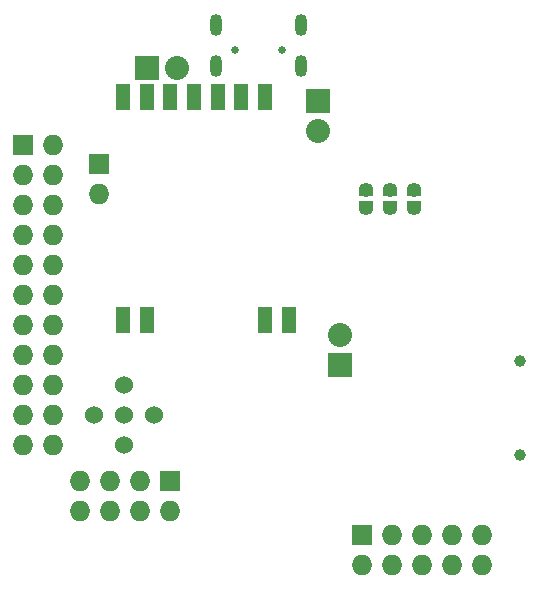
<source format=gbr>
G04 #@! TF.GenerationSoftware,KiCad,Pcbnew,no-vcs-found-7406~56~ubuntu16.10.1*
G04 #@! TF.CreationDate,2016-12-23T22:43:09+01:00*
G04 #@! TF.ProjectId,MysensorsGW,4D7973656E736F727347572E6B696361,rev?*
G04 #@! TF.FileFunction,Soldermask,Bot*
G04 #@! TF.FilePolarity,Negative*
%FSLAX46Y46*%
G04 Gerber Fmt 4.6, Leading zero omitted, Abs format (unit mm)*
G04 Created by KiCad (PCBNEW no-vcs-found-7406~56~ubuntu16.10.1) date Fri Dec 23 22:43:09 2016*
%MOMM*%
%LPD*%
G01*
G04 APERTURE LIST*
%ADD10C,0.100000*%
%ADD11R,1.200000X2.200000*%
%ADD12R,2.032000X2.032000*%
%ADD13O,2.032000X2.032000*%
%ADD14O,1.050000X1.850000*%
%ADD15C,0.650000*%
%ADD16C,1.524000*%
%ADD17R,1.727200X1.727200*%
%ADD18O,1.727200X1.727200*%
%ADD19C,1.000000*%
%ADD20R,1.270000X0.600000*%
%ADD21O,1.270000X1.270000*%
G04 APERTURE END LIST*
D10*
D11*
X144399000Y-89773000D03*
X142399000Y-89773000D03*
X132399000Y-89773000D03*
X130399000Y-89773000D03*
X130399000Y-70873000D03*
X132399000Y-70873000D03*
X134399000Y-70873000D03*
X136399000Y-70873000D03*
X138399000Y-70873000D03*
X140399000Y-70873000D03*
X142399000Y-70873000D03*
D12*
X148742400Y-93548200D03*
D13*
X148742400Y-91008200D03*
D14*
X145427600Y-64795400D03*
X138277600Y-64795400D03*
X145427600Y-68245400D03*
X138277600Y-68245400D03*
D15*
X143852600Y-66920400D03*
X139852600Y-66920400D03*
D16*
X130434080Y-95234760D03*
D17*
X128346200Y-76530200D03*
D18*
X128346200Y-79070200D03*
D16*
X127894080Y-97769680D03*
X130434080Y-100309680D03*
X130434080Y-97769680D03*
X132974080Y-97769680D03*
D12*
X146888200Y-71196200D03*
D13*
X146888200Y-73736200D03*
D19*
X163982400Y-93216000D03*
X163982400Y-101196000D03*
D12*
X132384800Y-68402200D03*
D13*
X134924800Y-68402200D03*
D17*
X150622000Y-107950000D03*
D18*
X150622000Y-110490000D03*
X153162000Y-107950000D03*
X153162000Y-110490000D03*
X155702000Y-107950000D03*
X155702000Y-110490000D03*
X158242000Y-107950000D03*
X158242000Y-110490000D03*
X160782000Y-107950000D03*
X160782000Y-110490000D03*
X126746000Y-103378000D03*
X126746000Y-105918000D03*
X129286000Y-103378000D03*
X129286000Y-105918000D03*
X131826000Y-103378000D03*
X131826000Y-105918000D03*
D17*
X134366000Y-103378000D03*
D18*
X134366000Y-105918000D03*
D20*
X151000000Y-79944500D03*
X151000000Y-79055500D03*
D21*
X151000000Y-80262000D03*
X151000000Y-78738000D03*
D20*
X155000000Y-79944500D03*
X155000000Y-79055500D03*
D21*
X155000000Y-80262000D03*
X155000000Y-78738000D03*
D20*
X153000000Y-79055500D03*
X153000000Y-79944500D03*
D21*
X153000000Y-78738000D03*
X153000000Y-80262000D03*
D18*
X124460000Y-97790000D03*
X121920000Y-97790000D03*
X124460000Y-95250000D03*
X121920000Y-95250000D03*
X124460000Y-92710000D03*
X121920000Y-92710000D03*
X124460000Y-90170000D03*
X121920000Y-90170000D03*
X124460000Y-87630000D03*
X121920000Y-87630000D03*
X124460000Y-85090000D03*
X121920000Y-85090000D03*
D17*
X121920000Y-74930000D03*
D18*
X124460000Y-74930000D03*
X121920000Y-77470000D03*
X124460000Y-77470000D03*
X121920000Y-80010000D03*
X124460000Y-80010000D03*
X121920000Y-82550000D03*
X124460000Y-82550000D03*
X121920000Y-100330000D03*
X124460000Y-100330000D03*
M02*

</source>
